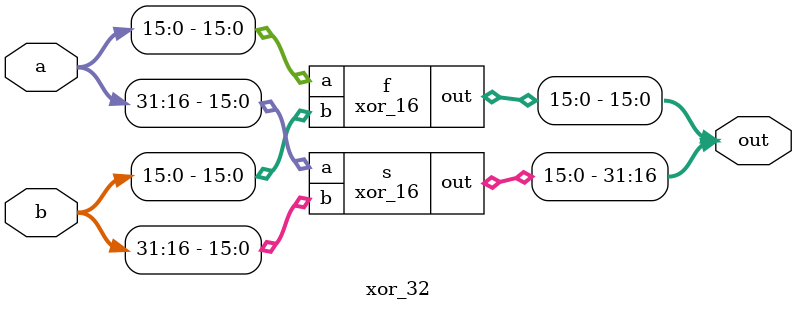
<source format=v>
module xor_2(out, a, b);
input [1:0] a, b;
output [1:0] out;

xor f(out[0], a[0], b[0]),
    s(out[1], a[1], b[1]);
endmodule

module xor_4(out, a, b);
input [3:0] a, b;
output [3:0] out;

xor_2 f(out[1:0], a[1:0], b[1:0]),
          s(out[3:2], a[3:2], b[3:2]);
endmodule

module xor_8(out, a, b);
input [7:0] a, b;
output [7:0] out;

xor_4 f(out[3:0], a[3:0], b[3:0]),
          s(out[7:4], a[7:4], b[7:4]);
endmodule

module xor_16(out, a, b);
input [15:0] a, b;
output [15:0] out;

xor_8 f(out[7:0], a[7:0], b[7:0]),
          s(out[15:8], a[15:8], b[15:8]);
endmodule
module xor_32(out,
                  a,
                  b);
    input [31:0] a, b;
    output [31:0] out;
    
    xor_16 f(out[15:0], a[15:0], b[15:0]),
    s(out[31:16], a[31:16], b[31:16]);
endmodule

</source>
